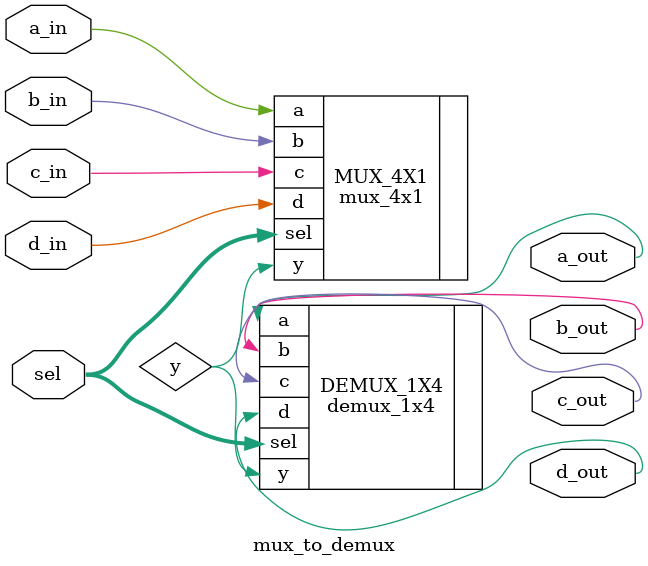
<source format=v>

module mux_to_demux(
    input           a_in, b_in, c_in, d_in,       // 4 Inputs
    input           [1:0] sel,                    // Select
    output          a_out, b_out, c_out, d_out    // 4 Outputs
);

    wire  y;

    // 4x1 MULTIPLEXER
    mux_4x1 MUX_4X1 (
        .a(a_in), .b(b_in), .c(c_in), .d(d_in),
        .sel(sel),
        .y(y)
    );

    // 1x4 DEMULTIPLEXER
    demux_1x4 DEMUX_1X4 (
        .y(y),
        .sel(sel),
        .a(a_out), .b(b_out), .c(c_out), .d(d_out)
    );

endmodule

</source>
